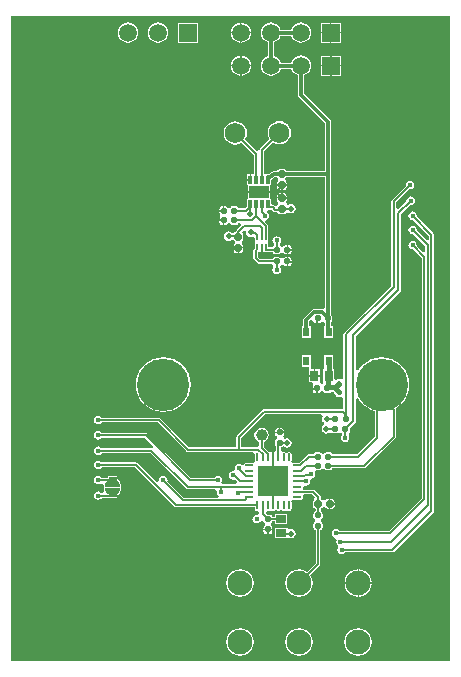
<source format=gtl>
G04*
G04 #@! TF.GenerationSoftware,Altium Limited,Altium Designer,20.0.9 (164)*
G04*
G04 Layer_Physical_Order=1*
G04 Layer_Color=255*
%FSLAX25Y25*%
%MOIN*%
G70*
G01*
G75*
%ADD12C,0.00787*%
%ADD13R,0.02500X0.02500*%
G04:AMPARAMS|DCode=14|XSize=20.47mil|YSize=22.05mil|CornerRadius=5.12mil|HoleSize=0mil|Usage=FLASHONLY|Rotation=0.000|XOffset=0mil|YOffset=0mil|HoleType=Round|Shape=RoundedRectangle|*
%AMROUNDEDRECTD14*
21,1,0.02047,0.01181,0,0,0.0*
21,1,0.01024,0.02205,0,0,0.0*
1,1,0.01024,0.00512,-0.00591*
1,1,0.01024,-0.00512,-0.00591*
1,1,0.01024,-0.00512,0.00591*
1,1,0.01024,0.00512,0.00591*
%
%ADD14ROUNDEDRECTD14*%
%ADD15C,0.03937*%
G04:AMPARAMS|DCode=16|XSize=25.2mil|YSize=23.62mil|CornerRadius=5.91mil|HoleSize=0mil|Usage=FLASHONLY|Rotation=90.000|XOffset=0mil|YOffset=0mil|HoleType=Round|Shape=RoundedRectangle|*
%AMROUNDEDRECTD16*
21,1,0.02520,0.01181,0,0,90.0*
21,1,0.01339,0.02362,0,0,90.0*
1,1,0.01181,0.00591,0.00669*
1,1,0.01181,0.00591,-0.00669*
1,1,0.01181,-0.00591,-0.00669*
1,1,0.01181,-0.00591,0.00669*
%
%ADD16ROUNDEDRECTD16*%
%ADD17R,0.02835X0.03543*%
%ADD18R,0.00669X0.02362*%
%ADD19R,0.06693X0.03937*%
%ADD20R,0.01181X0.02756*%
%ADD21R,0.02165X0.03150*%
G04:AMPARAMS|DCode=22|XSize=20.47mil|YSize=22.05mil|CornerRadius=5.12mil|HoleSize=0mil|Usage=FLASHONLY|Rotation=270.000|XOffset=0mil|YOffset=0mil|HoleType=Round|Shape=RoundedRectangle|*
%AMROUNDEDRECTD22*
21,1,0.02047,0.01181,0,0,270.0*
21,1,0.01024,0.02205,0,0,270.0*
1,1,0.01024,-0.00591,-0.00512*
1,1,0.01024,-0.00591,0.00512*
1,1,0.01024,0.00591,0.00512*
1,1,0.01024,0.00591,-0.00512*
%
%ADD22ROUNDEDRECTD22*%
G04:AMPARAMS|DCode=23|XSize=25.2mil|YSize=23.62mil|CornerRadius=5.91mil|HoleSize=0mil|Usage=FLASHONLY|Rotation=0.000|XOffset=0mil|YOffset=0mil|HoleType=Round|Shape=RoundedRectangle|*
%AMROUNDEDRECTD23*
21,1,0.02520,0.01181,0,0,0.0*
21,1,0.01339,0.02362,0,0,0.0*
1,1,0.01181,0.00669,-0.00591*
1,1,0.01181,-0.00669,-0.00591*
1,1,0.01181,-0.00669,0.00591*
1,1,0.01181,0.00669,0.00591*
%
%ADD23ROUNDEDRECTD23*%
%ADD24O,0.00787X0.02953*%
%ADD25O,0.02953X0.00787*%
%ADD26R,0.09843X0.09843*%
%ADD27R,0.03347X0.02756*%
%ADD50C,0.01181*%
%ADD51C,0.01575*%
%ADD52C,0.06890*%
%ADD53C,0.05906*%
%ADD54R,0.05906X0.05906*%
%ADD55C,0.08268*%
%ADD56C,0.17421*%
%ADD57C,0.01772*%
%ADD58C,0.01968*%
%ADD59C,0.02598*%
G36*
X305496Y100803D02*
X159071D01*
X159071Y315733D01*
X305496D01*
Y100803D01*
D02*
G37*
%LPC*%
G36*
X255669Y313618D02*
X254794Y313503D01*
X253978Y313165D01*
X253278Y312627D01*
X252741Y311927D01*
X252459Y311246D01*
X248880D01*
X248598Y311927D01*
X248060Y312627D01*
X247360Y313165D01*
X246545Y313503D01*
X245669Y313618D01*
X244794Y313503D01*
X243979Y313165D01*
X243278Y312627D01*
X242741Y311927D01*
X242403Y311111D01*
X242288Y310236D01*
X242403Y309361D01*
X242741Y308545D01*
X243278Y307845D01*
X243979Y307308D01*
X244699Y307009D01*
Y302407D01*
X244057Y302141D01*
X243357Y301604D01*
X242819Y300903D01*
X242482Y300088D01*
X242366Y299213D01*
X242482Y298337D01*
X242819Y297522D01*
X243357Y296821D01*
X244057Y296284D01*
X244873Y295946D01*
X245748Y295831D01*
X246623Y295946D01*
X247439Y296284D01*
X248139Y296821D01*
X248677Y297522D01*
X248959Y298203D01*
X252537D01*
X252819Y297522D01*
X253357Y296821D01*
X254057Y296284D01*
X254738Y296002D01*
Y289528D01*
X254815Y289141D01*
X255034Y288813D01*
X263714Y280133D01*
Y264219D01*
X250844D01*
X250835Y264264D01*
X250616Y264592D01*
X250288Y264811D01*
X249902Y264888D01*
X248721D01*
X248334Y264811D01*
X248006Y264592D01*
X247787Y264264D01*
X247778Y264219D01*
X246673D01*
X246287Y264142D01*
X245959Y263923D01*
X245054Y263018D01*
X244685D01*
X244587Y262998D01*
X243526D01*
Y270728D01*
X246429Y273631D01*
X246585Y273512D01*
X247520Y273124D01*
X248524Y272992D01*
X249527Y273124D01*
X250463Y273512D01*
X251266Y274128D01*
X251882Y274931D01*
X252270Y275866D01*
X252402Y276870D01*
X252270Y277874D01*
X251882Y278809D01*
X251266Y279612D01*
X250463Y280229D01*
X249527Y280616D01*
X248524Y280748D01*
X247520Y280616D01*
X246585Y280229D01*
X245781Y279612D01*
X245165Y278809D01*
X244778Y277874D01*
X244646Y276870D01*
X244778Y275866D01*
X245165Y274931D01*
X245285Y274775D01*
X242144Y271635D01*
X241969Y271373D01*
X241907Y271063D01*
X241907Y271063D01*
Y270938D01*
X241120Y270655D01*
X237097Y274677D01*
X237217Y274833D01*
X237604Y275768D01*
X237736Y276772D01*
X237604Y277775D01*
X237217Y278711D01*
X236600Y279514D01*
X235797Y280130D01*
X234862Y280518D01*
X233858Y280650D01*
X232855Y280518D01*
X231919Y280130D01*
X231116Y279514D01*
X230500Y278711D01*
X230112Y277775D01*
X229980Y276772D01*
X230112Y275768D01*
X230500Y274833D01*
X231116Y274029D01*
X231919Y273413D01*
X232855Y273026D01*
X233858Y272894D01*
X234862Y273026D01*
X235797Y273413D01*
X235953Y273533D01*
X239939Y269547D01*
Y262998D01*
X238980D01*
Y261221D01*
X238779D01*
Y261020D01*
X237789D01*
Y259442D01*
X237986D01*
Y257287D01*
X245479D01*
Y259442D01*
X245676D01*
Y261038D01*
X245859Y261075D01*
X246187Y261294D01*
X247023Y262130D01*
X247238Y262137D01*
X247832Y262086D01*
X248006Y261825D01*
X248109Y261756D01*
X248142Y261653D01*
Y260985D01*
X248109Y260881D01*
X248006Y260813D01*
X247787Y260485D01*
X247710Y260098D01*
Y259629D01*
X249311D01*
X250911D01*
Y260098D01*
X250835Y260485D01*
X250616Y260813D01*
X250611Y260816D01*
X250531Y261619D01*
X251042Y262199D01*
X263714D01*
Y218521D01*
X263490Y218326D01*
X262927Y218020D01*
X262710Y218063D01*
X260126D01*
X259739Y217987D01*
X259412Y217768D01*
X256766Y215122D01*
X256547Y214795D01*
X256470Y214408D01*
Y212506D01*
X255998D01*
Y208557D01*
X258963D01*
Y212506D01*
X258490D01*
Y213990D01*
X259128Y214627D01*
X259846Y214232D01*
X259889Y214014D01*
X260091Y213713D01*
X260392Y213511D01*
X260748Y213440D01*
X261060D01*
Y214961D01*
X261460D01*
Y213440D01*
X261772D01*
X262127Y213511D01*
X262429Y213713D01*
X262569Y213922D01*
X262992Y213972D01*
X263415Y213922D01*
X263555Y213713D01*
X263832Y213527D01*
Y212506D01*
X263478D01*
Y208557D01*
X266443D01*
Y212506D01*
X265852D01*
Y213685D01*
X265894Y213713D01*
X266095Y214014D01*
X266166Y214370D01*
Y215551D01*
X266095Y215907D01*
X265894Y216209D01*
X265734Y216315D01*
Y262992D01*
Y280551D01*
X265657Y280938D01*
X265439Y281265D01*
X256758Y289946D01*
Y296002D01*
X257439Y296284D01*
X258139Y296821D01*
X258677Y297522D01*
X259015Y298337D01*
X259130Y299213D01*
X259015Y300088D01*
X258677Y300903D01*
X258139Y301604D01*
X257439Y302141D01*
X256623Y302479D01*
X255748Y302594D01*
X254873Y302479D01*
X254057Y302141D01*
X253357Y301604D01*
X252819Y300903D01*
X252537Y300223D01*
X248959D01*
X248677Y300903D01*
X248139Y301604D01*
X247439Y302141D01*
X246719Y302440D01*
Y307042D01*
X247360Y307308D01*
X248060Y307845D01*
X248598Y308545D01*
X248880Y309226D01*
X252459D01*
X252741Y308545D01*
X253278Y307845D01*
X253978Y307308D01*
X254794Y306970D01*
X255669Y306855D01*
X256544Y306970D01*
X257360Y307308D01*
X258061Y307845D01*
X258598Y308545D01*
X258936Y309361D01*
X259051Y310236D01*
X258936Y311111D01*
X258598Y311927D01*
X258061Y312627D01*
X257360Y313165D01*
X256544Y313503D01*
X255669Y313618D01*
D02*
G37*
G36*
X269022Y313589D02*
X265869D01*
Y310436D01*
X269022D01*
Y313589D01*
D02*
G37*
G36*
X235869Y313592D02*
Y310436D01*
X239025D01*
X238936Y311111D01*
X238598Y311927D01*
X238060Y312627D01*
X237360Y313165D01*
X236544Y313503D01*
X235869Y313592D01*
D02*
G37*
G36*
X265469Y313589D02*
X262317D01*
Y310436D01*
X265469D01*
Y313589D01*
D02*
G37*
G36*
X235469Y313592D02*
X234794Y313503D01*
X233979Y313165D01*
X233278Y312627D01*
X232741Y311927D01*
X232403Y311111D01*
X232314Y310436D01*
X235469D01*
Y313592D01*
D02*
G37*
G36*
X269022Y310036D02*
X265869D01*
Y306884D01*
X269022D01*
Y310036D01*
D02*
G37*
G36*
X265469D02*
X262317D01*
Y306884D01*
X265469D01*
Y310036D01*
D02*
G37*
G36*
X221463Y313589D02*
X214757D01*
Y306884D01*
X221463D01*
Y313589D01*
D02*
G37*
G36*
X235469Y310036D02*
X232314D01*
X232403Y309361D01*
X232741Y308545D01*
X233278Y307845D01*
X233979Y307308D01*
X234794Y306970D01*
X235469Y306881D01*
Y310036D01*
D02*
G37*
G36*
X239025D02*
X235869D01*
Y306881D01*
X236544Y306970D01*
X237360Y307308D01*
X238060Y307845D01*
X238598Y308545D01*
X238936Y309361D01*
X239025Y310036D01*
D02*
G37*
G36*
X208110Y313618D02*
X207235Y313503D01*
X206419Y313165D01*
X205719Y312627D01*
X205182Y311927D01*
X204844Y311111D01*
X204729Y310236D01*
X204844Y309361D01*
X205182Y308545D01*
X205719Y307845D01*
X206419Y307308D01*
X207235Y306970D01*
X208110Y306855D01*
X208985Y306970D01*
X209801Y307308D01*
X210502Y307845D01*
X211039Y308545D01*
X211377Y309361D01*
X211492Y310236D01*
X211377Y311111D01*
X211039Y311927D01*
X210502Y312627D01*
X209801Y313165D01*
X208985Y313503D01*
X208110Y313618D01*
D02*
G37*
G36*
X198110D02*
X197235Y313503D01*
X196419Y313165D01*
X195719Y312627D01*
X195182Y311927D01*
X194844Y311111D01*
X194729Y310236D01*
X194844Y309361D01*
X195182Y308545D01*
X195719Y307845D01*
X196419Y307308D01*
X197235Y306970D01*
X198110Y306855D01*
X198986Y306970D01*
X199801Y307308D01*
X200501Y307845D01*
X201039Y308545D01*
X201377Y309361D01*
X201492Y310236D01*
X201377Y311111D01*
X201039Y311927D01*
X200501Y312627D01*
X199801Y313165D01*
X198986Y313503D01*
X198110Y313618D01*
D02*
G37*
G36*
X269101Y302565D02*
X265948D01*
Y299413D01*
X269101D01*
Y302565D01*
D02*
G37*
G36*
X235948Y302568D02*
Y299413D01*
X239103D01*
X239015Y300088D01*
X238677Y300903D01*
X238139Y301604D01*
X237439Y302141D01*
X236623Y302479D01*
X235948Y302568D01*
D02*
G37*
G36*
X265548Y302565D02*
X262395D01*
Y299413D01*
X265548D01*
Y302565D01*
D02*
G37*
G36*
X235548Y302568D02*
X234873Y302479D01*
X234057Y302141D01*
X233357Y301604D01*
X232819Y300903D01*
X232482Y300088D01*
X232393Y299413D01*
X235548D01*
Y302568D01*
D02*
G37*
G36*
X269101Y299013D02*
X265948D01*
Y295860D01*
X269101D01*
Y299013D01*
D02*
G37*
G36*
X265548D02*
X262395D01*
Y295860D01*
X265548D01*
Y299013D01*
D02*
G37*
G36*
X239103D02*
X235948D01*
Y295857D01*
X236623Y295946D01*
X237439Y296284D01*
X238139Y296821D01*
X238677Y297522D01*
X239015Y298337D01*
X239103Y299013D01*
D02*
G37*
G36*
X235548D02*
X232393D01*
X232482Y298337D01*
X232819Y297522D01*
X233357Y296821D01*
X234057Y296284D01*
X234873Y295946D01*
X235548Y295857D01*
Y299013D01*
D02*
G37*
G36*
X238580Y262998D02*
X237789D01*
Y261420D01*
X238580D01*
Y262998D01*
D02*
G37*
G36*
X292126Y260862D02*
X291585Y260754D01*
X291127Y260448D01*
X290821Y259990D01*
X290713Y259449D01*
X290758Y259225D01*
X286042Y254509D01*
X285866Y254247D01*
X285805Y253937D01*
X285805Y253937D01*
Y225926D01*
X270058Y210178D01*
X269882Y209916D01*
X269821Y209606D01*
X269821Y209606D01*
Y195006D01*
X269033Y194585D01*
X269020Y194594D01*
X268406Y194716D01*
X267791Y194594D01*
X267565Y194443D01*
X266778Y194818D01*
Y197939D01*
X266474D01*
X266443Y198714D01*
X266443D01*
Y202664D01*
X263478D01*
Y198714D01*
X263478D01*
X263448Y197939D01*
X263143D01*
Y193596D01*
X263143Y193596D01*
X263176Y193440D01*
X263024Y193114D01*
X262855Y193060D01*
X262120Y193329D01*
X262053Y193596D01*
X262053Y193862D01*
Y195568D01*
X260236D01*
X258419D01*
Y193596D01*
X259545D01*
X259761Y193155D01*
X259845Y192809D01*
X259692Y192580D01*
X259622Y192224D01*
Y191834D01*
X261063D01*
Y191634D01*
X261263D01*
Y190114D01*
X261575D01*
X261931Y190184D01*
X262232Y190386D01*
X262372Y190596D01*
X262795Y190645D01*
X263218Y190596D01*
X263358Y190386D01*
X263660Y190184D01*
X264016Y190114D01*
X265039D01*
X265395Y190184D01*
X265697Y190386D01*
X266572Y190453D01*
X266608Y190440D01*
X266826Y190221D01*
X266922Y189740D01*
X267270Y189219D01*
X267791Y188871D01*
X268406Y188749D01*
X269020Y188871D01*
X269033Y188880D01*
X269821Y188459D01*
Y184779D01*
X269685Y184668D01*
X269685Y184668D01*
X243307D01*
X242997Y184606D01*
X242735Y184431D01*
X242735Y184431D01*
X234467Y176163D01*
X234292Y175900D01*
X234230Y175591D01*
X234230Y175591D01*
Y172069D01*
X218445D01*
X208840Y181675D01*
X208577Y181850D01*
X208268Y181912D01*
X208268Y181912D01*
X189315D01*
X189188Y182102D01*
X188730Y182408D01*
X188189Y182515D01*
X187648Y182408D01*
X187190Y182102D01*
X186884Y181643D01*
X186776Y181102D01*
X186884Y180562D01*
X187190Y180103D01*
X187648Y179797D01*
X188189Y179689D01*
X188730Y179797D01*
X189188Y180103D01*
X189315Y180293D01*
X207932D01*
X217538Y170688D01*
X217538Y170688D01*
X217801Y170512D01*
X218110Y170451D01*
X218110Y170451D01*
X239752D01*
X239888Y170354D01*
X240333Y169685D01*
Y167520D01*
X240375Y167307D01*
X240108Y166978D01*
X239780Y166712D01*
X239567Y166754D01*
X237402D01*
X237092Y166692D01*
X236829Y166517D01*
X236721Y166355D01*
X236541Y166251D01*
X236444Y166217D01*
X235821Y166105D01*
X235580Y166266D01*
X235039Y166374D01*
X234499Y166266D01*
X234040Y165960D01*
X233734Y165501D01*
X233626Y164961D01*
X233680Y164693D01*
X233224Y164104D01*
X233074Y164011D01*
X233071Y164011D01*
X232530Y163904D01*
X232072Y163598D01*
X231766Y163139D01*
X231658Y162598D01*
X231766Y162058D01*
X232072Y161599D01*
X232530Y161293D01*
X233071Y161186D01*
X233612Y161293D01*
X233620Y161299D01*
X234464Y160455D01*
X234138Y159668D01*
X229660D01*
X229240Y160455D01*
X229258Y160483D01*
X229366Y161024D01*
X229258Y161564D01*
X228952Y162023D01*
X228493Y162329D01*
X227953Y162437D01*
X227412Y162329D01*
X226954Y162023D01*
X226827Y161833D01*
X219233D01*
X204509Y176557D01*
X204247Y176732D01*
X203937Y176794D01*
X203937Y176794D01*
X189315D01*
X189188Y176983D01*
X188730Y177290D01*
X188189Y177397D01*
X187648Y177290D01*
X187190Y176983D01*
X186884Y176525D01*
X186776Y175984D01*
X186884Y175443D01*
X187190Y174985D01*
X187648Y174679D01*
X188189Y174571D01*
X188730Y174679D01*
X189188Y174985D01*
X189315Y175175D01*
X203602D01*
X206435Y172342D01*
X206321Y172039D01*
X206008Y171655D01*
X205906Y171675D01*
X205906Y171675D01*
X189315D01*
X189188Y171865D01*
X188730Y172172D01*
X188189Y172279D01*
X187648Y172172D01*
X187190Y171865D01*
X186884Y171407D01*
X186776Y170866D01*
X186884Y170325D01*
X187190Y169867D01*
X187648Y169561D01*
X188189Y169453D01*
X188730Y169561D01*
X189188Y169867D01*
X189315Y170057D01*
X205570D01*
X217341Y158286D01*
X217341Y158286D01*
X217604Y158111D01*
X217913Y158049D01*
X227235D01*
X227756Y157262D01*
X227721Y157087D01*
X227829Y156546D01*
X228135Y156088D01*
X228374Y155927D01*
X228135Y155140D01*
X216871D01*
X211211Y160800D01*
X211256Y161024D01*
X211148Y161564D01*
X210842Y162023D01*
X210383Y162329D01*
X209842Y162437D01*
X209302Y162329D01*
X208843Y162023D01*
X208537Y161564D01*
X208430Y161024D01*
X208496Y160692D01*
X207806Y160267D01*
X201360Y166714D01*
X201097Y166889D01*
X200787Y166951D01*
X200787Y166951D01*
X189315D01*
X189188Y167141D01*
X188730Y167447D01*
X188189Y167555D01*
X187648Y167447D01*
X187190Y167141D01*
X186884Y166682D01*
X186776Y166142D01*
X186884Y165601D01*
X187190Y165143D01*
X187648Y164836D01*
X188189Y164729D01*
X188730Y164836D01*
X189188Y165143D01*
X189315Y165332D01*
X200452D01*
X213601Y152184D01*
X213601Y152184D01*
X213863Y152008D01*
X214173Y151947D01*
X214173Y151947D01*
X240333D01*
Y151575D01*
X240394Y151265D01*
X240569Y151003D01*
X240832Y150827D01*
X241142Y150766D01*
X241155Y150768D01*
X241844Y150278D01*
X241870Y149912D01*
X241563Y149634D01*
X241151Y149403D01*
X240945Y149444D01*
X240404Y149337D01*
X239946Y149031D01*
X239639Y148572D01*
X239532Y148031D01*
X239639Y147491D01*
X239946Y147032D01*
X240404Y146726D01*
X240945Y146618D01*
X241486Y146726D01*
X241944Y147032D01*
X242250Y147491D01*
X243107Y147759D01*
X243197Y147705D01*
Y147583D01*
X243267Y147227D01*
X243469Y146926D01*
X243678Y146785D01*
X243728Y146362D01*
X243678Y145940D01*
X243469Y145799D01*
X243267Y145498D01*
X243197Y145142D01*
Y144830D01*
X244717D01*
X246237D01*
Y145142D01*
X246166Y145498D01*
X245965Y145799D01*
X245755Y145940D01*
X245705Y146362D01*
X245755Y146785D01*
X245965Y146926D01*
X246166Y147227D01*
X246178Y147285D01*
X247028D01*
Y146320D01*
X251175D01*
Y149876D01*
X247028D01*
Y148904D01*
X246178D01*
X246166Y148962D01*
X245965Y149264D01*
X245663Y149466D01*
X245307Y149536D01*
X244679D01*
X244187Y150260D01*
X244300Y150691D01*
X244510Y150800D01*
X244685Y150766D01*
X244685Y150766D01*
X244995Y150827D01*
X245571Y150948D01*
X246147Y150827D01*
X246257Y150805D01*
Y152657D01*
X246657D01*
Y150805D01*
X246766Y150827D01*
X246819Y150862D01*
X247049Y151003D01*
X247636D01*
X247866Y150862D01*
X247919Y150827D01*
X248228Y150766D01*
X248228Y150766D01*
X248538Y150827D01*
X249114Y150948D01*
X249690Y150827D01*
X250000Y150766D01*
X250000Y150766D01*
X250106Y150787D01*
X250310Y150827D01*
X250362Y150862D01*
X250593Y151003D01*
X251179D01*
X251409Y150862D01*
X251462Y150827D01*
X251772Y150766D01*
X252081Y150827D01*
X252344Y151003D01*
X252519Y151265D01*
X252581Y151575D01*
Y153740D01*
X252538Y153953D01*
X252805Y154282D01*
X253133Y154548D01*
X253346Y154506D01*
X255512D01*
X255821Y154567D01*
X256084Y154743D01*
X256259Y155005D01*
X256321Y155315D01*
X256286Y155490D01*
X256553Y156000D01*
X256770Y156277D01*
X259507D01*
X260331Y155454D01*
X260355Y155276D01*
X260199Y154512D01*
X260113Y154454D01*
X259894Y154127D01*
X259817Y153740D01*
Y152559D01*
X259894Y152173D01*
X260113Y151845D01*
X260440Y151626D01*
X260647Y151585D01*
Y150776D01*
X260471Y150741D01*
X260169Y150539D01*
X259968Y150238D01*
X259897Y149882D01*
Y148858D01*
X259968Y148503D01*
X260169Y148201D01*
X260379Y148061D01*
X260429Y147638D01*
X260379Y147215D01*
X260169Y147075D01*
X259968Y146773D01*
X259897Y146417D01*
Y145394D01*
X259968Y145038D01*
X260169Y144736D01*
X260471Y144535D01*
X260608Y144508D01*
Y133406D01*
X257704Y130502D01*
X257405Y130732D01*
X256302Y131189D01*
X255118Y131345D01*
X253935Y131189D01*
X252832Y130732D01*
X251885Y130005D01*
X251158Y129058D01*
X250701Y127955D01*
X250545Y126772D01*
X250701Y125588D01*
X251158Y124485D01*
X251885Y123538D01*
X252832Y122811D01*
X253935Y122354D01*
X255118Y122199D01*
X256302Y122354D01*
X257405Y122811D01*
X258352Y123538D01*
X259078Y124485D01*
X259535Y125588D01*
X259691Y126772D01*
X259535Y127955D01*
X259078Y129058D01*
X258849Y129358D01*
X261989Y132499D01*
X261990Y132499D01*
X262165Y132761D01*
X262227Y133071D01*
X262227Y133071D01*
Y144508D01*
X262364Y144535D01*
X262665Y144736D01*
X262867Y145038D01*
X262937Y145394D01*
Y146417D01*
X262867Y146773D01*
X262665Y147075D01*
X262456Y147215D01*
X262406Y147638D01*
X262456Y148061D01*
X262665Y148201D01*
X262867Y148503D01*
X262937Y148858D01*
Y149882D01*
X262867Y150238D01*
X262665Y150539D01*
X262364Y150741D01*
X262266Y150760D01*
Y151569D01*
X262552Y151626D01*
X262879Y151845D01*
X262948Y151948D01*
X263052Y151980D01*
X263720D01*
X263823Y151948D01*
X263892Y151845D01*
X264220Y151626D01*
X264606Y151549D01*
X265076D01*
Y153150D01*
Y154750D01*
X264606D01*
X264220Y154673D01*
X263892Y154454D01*
X263823Y154351D01*
X263720Y154319D01*
X263052D01*
X262948Y154351D01*
X262879Y154454D01*
X262552Y154673D01*
X262383Y154707D01*
X262305Y155433D01*
X262244Y155743D01*
X262068Y156005D01*
X262068Y156005D01*
X260415Y157659D01*
X260152Y157834D01*
X259842Y157896D01*
X259842Y157896D01*
X256770D01*
X256557Y158168D01*
X256334Y158868D01*
X256365Y158891D01*
X257035Y159306D01*
X257480Y159217D01*
X258021Y159325D01*
X258479Y159631D01*
X258786Y160089D01*
X258893Y160630D01*
X258856Y160816D01*
X258989Y161326D01*
X259412Y161650D01*
X259596Y161687D01*
X260054Y161993D01*
X260361Y162451D01*
X260468Y162992D01*
X260361Y163533D01*
X260268Y163671D01*
X260767Y164342D01*
X260846Y164326D01*
X261870D01*
X262226Y164397D01*
X262527Y164599D01*
X262668Y164808D01*
X263090Y164858D01*
X263513Y164808D01*
X263654Y164599D01*
X263955Y164397D01*
X264311Y164326D01*
X265335D01*
X265690Y164397D01*
X265992Y164599D01*
X266194Y164900D01*
X266221Y165037D01*
X276870D01*
X276870Y165037D01*
X277180Y165099D01*
X277442Y165274D01*
X287186Y175018D01*
X287186Y175018D01*
X287362Y175281D01*
X287423Y175591D01*
Y184475D01*
X287362Y184785D01*
X287449Y185134D01*
X287763Y185301D01*
X289151Y186440D01*
X290289Y187827D01*
X291135Y189410D01*
X291656Y191127D01*
X291832Y192913D01*
X291656Y194699D01*
X291135Y196417D01*
X290289Y198000D01*
X289151Y199387D01*
X287763Y200525D01*
X286180Y201371D01*
X284463Y201892D01*
X282677Y202068D01*
X280891Y201892D01*
X279174Y201371D01*
X277591Y200525D01*
X276204Y199387D01*
X275065Y198000D01*
X274769Y197446D01*
X273982Y197643D01*
Y209058D01*
X288761Y223837D01*
X288761Y223837D01*
X288937Y224100D01*
X288998Y224410D01*
Y249792D01*
X292050Y252844D01*
X292274Y252800D01*
X292815Y252907D01*
X293273Y253214D01*
X293580Y253672D01*
X293687Y254213D01*
X293580Y254753D01*
X293273Y255212D01*
X292815Y255518D01*
X292274Y255626D01*
X291734Y255518D01*
X291275Y255212D01*
X290969Y254753D01*
X290861Y254213D01*
X290906Y253989D01*
X288211Y251294D01*
X287423Y251620D01*
Y253602D01*
X291902Y258080D01*
X292126Y258036D01*
X292667Y258143D01*
X293125Y258450D01*
X293431Y258908D01*
X293539Y259449D01*
X293431Y259990D01*
X293125Y260448D01*
X292667Y260754D01*
X292126Y260862D01*
D02*
G37*
G36*
X250911Y259229D02*
X249511D01*
Y257750D01*
X249902D01*
X250288Y257827D01*
X250616Y258046D01*
X250835Y258373D01*
X250911Y258760D01*
Y259229D01*
D02*
G37*
G36*
X249111D02*
X247710D01*
Y258760D01*
X247787Y258373D01*
X248006Y258046D01*
X248334Y257827D01*
X248721Y257750D01*
X249111D01*
Y259229D01*
D02*
G37*
G36*
X249902Y256817D02*
X249511D01*
Y255338D01*
X250911D01*
Y255807D01*
X250835Y256194D01*
X250616Y256521D01*
X250288Y256740D01*
X249902Y256817D01*
D02*
G37*
G36*
X249111D02*
X248721D01*
X248334Y256740D01*
X248006Y256521D01*
X247787Y256194D01*
X247710Y255807D01*
Y255338D01*
X249111D01*
Y256817D01*
D02*
G37*
G36*
X245479Y256887D02*
X237986D01*
Y254731D01*
X237789D01*
Y252319D01*
X237165Y251695D01*
X234823D01*
X234796Y251832D01*
X234594Y252134D01*
X234293Y252335D01*
X233937Y252406D01*
X232913D01*
X232558Y252335D01*
X232256Y252134D01*
X232116Y251924D01*
X231693Y251874D01*
X231270Y251924D01*
X231130Y252134D01*
X230828Y252335D01*
X230472Y252406D01*
X230161D01*
Y250886D01*
X229961D01*
Y250686D01*
X228519D01*
Y250295D01*
X228590Y249939D01*
X228714Y249754D01*
X228791Y249618D01*
Y248906D01*
X228714Y248770D01*
X228590Y248584D01*
X228519Y248228D01*
Y247838D01*
X229961D01*
Y247638D01*
X230161D01*
Y246118D01*
X230472D01*
X230828Y246188D01*
X231130Y246390D01*
X231270Y246600D01*
X231693Y246649D01*
X232116Y246600D01*
X232256Y246390D01*
X232558Y246188D01*
X232913Y246118D01*
X233937D01*
X234293Y246188D01*
X234594Y246390D01*
X234796Y246691D01*
X234823Y246829D01*
X235558D01*
X235842Y246041D01*
X234270Y244470D01*
X234095Y244207D01*
X234033Y243898D01*
X233865Y243847D01*
X233538Y243628D01*
X233154Y243547D01*
X232639Y243530D01*
X232605Y243541D01*
X232209Y243806D01*
X231594Y243929D01*
X230980Y243806D01*
X230459Y243458D01*
X230111Y242937D01*
X229989Y242323D01*
X230111Y241708D01*
X230459Y241188D01*
X230980Y240839D01*
X231594Y240717D01*
X232209Y240839D01*
X232541Y241061D01*
X232684Y241085D01*
X233261Y241003D01*
X233498Y240920D01*
X233538Y240861D01*
X233641Y240792D01*
X233673Y240688D01*
Y240020D01*
X233641Y239917D01*
X233538Y239848D01*
X233319Y239520D01*
X233242Y239134D01*
Y238665D01*
X234842D01*
X236443D01*
Y239134D01*
X236366Y239520D01*
X236147Y239848D01*
X236044Y239917D01*
X236012Y240020D01*
Y240688D01*
X236044Y240792D01*
X236147Y240861D01*
X236366Y241188D01*
X236443Y241575D01*
Y242913D01*
X236366Y243300D01*
X236147Y243628D01*
X236138Y243720D01*
X236778Y244310D01*
X237382Y244179D01*
X237445Y244073D01*
X237371Y243701D01*
X237493Y243086D01*
X237841Y242565D01*
X238362Y242217D01*
X238976Y242095D01*
X239591Y242217D01*
X239644Y242253D01*
X240200Y242024D01*
X240448Y241843D01*
X240493Y241619D01*
X240506Y241600D01*
Y239109D01*
X240493Y239089D01*
X240431Y238780D01*
Y238386D01*
X240077Y238033D01*
X239902Y237770D01*
X239840Y237461D01*
X239840Y237461D01*
Y235208D01*
X239840Y235208D01*
X239902Y234899D01*
X240077Y234636D01*
X241329Y233384D01*
X241329Y233384D01*
X241592Y233209D01*
X241901Y233147D01*
X245912D01*
X246494Y232449D01*
X246461Y231835D01*
X246332Y231643D01*
X246225Y231102D01*
X246332Y230562D01*
X246639Y230103D01*
X247097Y229797D01*
X247638Y229689D01*
X248179Y229797D01*
X248637Y230103D01*
X248943Y230562D01*
X249051Y231102D01*
X248943Y231643D01*
X248825Y231820D01*
X248824Y231822D01*
X248840Y232453D01*
X249140Y232670D01*
X249973Y232709D01*
X250274Y232507D01*
X250630Y232436D01*
X250942D01*
Y233957D01*
Y235477D01*
X250630D01*
X250274Y235406D01*
X249973Y235205D01*
X249832Y234995D01*
X249410Y234945D01*
X248987Y234995D01*
X248846Y235205D01*
X248545Y235406D01*
X248189Y235477D01*
X247165D01*
X246810Y235406D01*
X246508Y235205D01*
X246306Y234903D01*
X246279Y234766D01*
X242236D01*
X241459Y235543D01*
Y237125D01*
X241532Y237198D01*
X242418D01*
Y238780D01*
X242818D01*
Y237198D01*
X243261D01*
Y237198D01*
X243765D01*
X243844Y237146D01*
X244153Y237085D01*
X244154Y237085D01*
X246279D01*
X246306Y236947D01*
X246508Y236646D01*
X246810Y236444D01*
X247165Y236373D01*
X248189D01*
X248545Y236444D01*
X248846Y236646D01*
X248987Y236856D01*
X249410Y236905D01*
X249832Y236856D01*
X249973Y236646D01*
X250274Y236444D01*
X250630Y236373D01*
X250942D01*
Y237894D01*
Y239414D01*
X250630D01*
X250274Y239343D01*
X249973Y239142D01*
X249832Y238932D01*
X249410Y238882D01*
X248987Y238932D01*
X248846Y239142D01*
X248818Y239160D01*
X248780Y239328D01*
X248713Y240006D01*
X248734Y240091D01*
X248943Y240404D01*
X249051Y240945D01*
X248943Y241486D01*
X248637Y241944D01*
X248179Y242250D01*
X247638Y242358D01*
X247097Y242250D01*
X246639Y241944D01*
X246332Y241486D01*
X246225Y240945D01*
X246332Y240404D01*
X246566Y240055D01*
X246577Y240022D01*
X246581Y239593D01*
X246508Y239142D01*
X246306Y238840D01*
X246279Y238703D01*
X244805D01*
Y238779D01*
X244744Y239089D01*
X244731Y239109D01*
Y241600D01*
X244744Y241619D01*
X244805Y241929D01*
Y245740D01*
X244805Y245740D01*
X244744Y246049D01*
X244568Y246312D01*
X244568Y246312D01*
X243853Y247028D01*
X244112Y247882D01*
X244241Y247907D01*
X244700Y248214D01*
X245006Y248672D01*
X245114Y249213D01*
X245006Y249753D01*
X244700Y250212D01*
X244437Y250387D01*
X244668Y251175D01*
X244804D01*
X244882Y251159D01*
X244882Y251159D01*
X246003D01*
X246554Y250609D01*
X246554Y250609D01*
X246816Y250433D01*
X247126Y250372D01*
X247787Y250303D01*
X248006Y249975D01*
X248334Y249756D01*
X248721Y249679D01*
X249902D01*
X250288Y249756D01*
X250616Y249975D01*
X250618Y249978D01*
X250698Y250035D01*
X251484Y250207D01*
X251615Y250187D01*
X251774Y250081D01*
X252389Y249958D01*
X253003Y250081D01*
X253524Y250429D01*
X253872Y250950D01*
X253994Y251564D01*
X253872Y252179D01*
X253524Y252699D01*
X253003Y253047D01*
X252389Y253170D01*
X251774Y253047D01*
X251487Y252855D01*
X251230Y252822D01*
X250979Y253050D01*
X250616Y253754D01*
X250835Y254082D01*
X250911Y254468D01*
Y254938D01*
X249311D01*
X247710D01*
Y254468D01*
X247787Y254082D01*
X248006Y253754D01*
X248109Y253685D01*
X248142Y253582D01*
Y252914D01*
X248109Y252811D01*
X248006Y252742D01*
X247933Y252632D01*
X247200Y252447D01*
X246993Y252458D01*
X246911Y252541D01*
X246648Y252716D01*
X246339Y252778D01*
X245676Y253174D01*
Y254731D01*
X245479D01*
Y256887D01*
D02*
G37*
G36*
X229761Y252406D02*
X229449D01*
X229093Y252335D01*
X228791Y252134D01*
X228590Y251832D01*
X228519Y251476D01*
Y251086D01*
X229761D01*
Y252406D01*
D02*
G37*
G36*
Y247438D02*
X228519D01*
Y247047D01*
X228590Y246691D01*
X228791Y246390D01*
X229093Y246188D01*
X229449Y246118D01*
X229761D01*
Y247438D01*
D02*
G37*
G36*
X292913Y250626D02*
X292373Y250518D01*
X291914Y250212D01*
X291608Y249753D01*
X291500Y249213D01*
X291608Y248672D01*
X291914Y248214D01*
X292373Y247907D01*
X292913Y247800D01*
X293137Y247844D01*
X298403Y242578D01*
Y241172D01*
X297676Y240870D01*
X294282Y244264D01*
X294326Y244488D01*
X294219Y245029D01*
X293913Y245487D01*
X293454Y245794D01*
X292913Y245901D01*
X292373Y245794D01*
X291914Y245487D01*
X291608Y245029D01*
X291500Y244488D01*
X291608Y243948D01*
X291914Y243489D01*
X292373Y243183D01*
X292913Y243075D01*
X293137Y243120D01*
X297216Y239041D01*
Y237241D01*
X296488Y236939D01*
X294282Y239146D01*
X294326Y239370D01*
X294219Y239911D01*
X293913Y240369D01*
X293454Y240675D01*
X292913Y240783D01*
X292373Y240675D01*
X291914Y240369D01*
X291608Y239911D01*
X291500Y239370D01*
X291608Y238829D01*
X291914Y238371D01*
X292373Y238065D01*
X292913Y237957D01*
X293137Y238002D01*
X296028Y235110D01*
Y155047D01*
X285098Y144116D01*
X268449D01*
X268322Y144306D01*
X267863Y144613D01*
X267323Y144720D01*
X266782Y144613D01*
X266324Y144306D01*
X266017Y143848D01*
X265910Y143307D01*
X266017Y142766D01*
X266324Y142308D01*
X266782Y142002D01*
X267198Y141919D01*
X267487Y141502D01*
X267633Y141153D01*
X267592Y141092D01*
X267485Y140551D01*
X267592Y140010D01*
X267899Y139552D01*
X267954Y139515D01*
X268241Y138903D01*
X268116Y138531D01*
X267986Y138336D01*
X267878Y137795D01*
X267986Y137255D01*
X268292Y136796D01*
X268751Y136490D01*
X269291Y136382D01*
X269832Y136490D01*
X270290Y136796D01*
X270417Y136986D01*
X286220D01*
X286221Y136986D01*
X286530Y137048D01*
X286793Y137223D01*
X299785Y150215D01*
X299785Y150215D01*
X299960Y150478D01*
X300022Y150787D01*
Y242913D01*
X300022Y242913D01*
X299960Y243223D01*
X299785Y243486D01*
X299785Y243486D01*
X294282Y248989D01*
X294326Y249213D01*
X294219Y249753D01*
X293913Y250212D01*
X293454Y250518D01*
X292913Y250626D01*
D02*
G37*
G36*
X251654Y239414D02*
X251342D01*
Y238094D01*
X252583D01*
Y238484D01*
X252512Y238840D01*
X252311Y239142D01*
X252009Y239343D01*
X251654Y239414D01*
D02*
G37*
G36*
X236443Y238265D02*
X235043D01*
Y236785D01*
X235433D01*
X235820Y236862D01*
X236147Y237081D01*
X236366Y237409D01*
X236443Y237795D01*
Y238265D01*
D02*
G37*
G36*
X234643D02*
X233242D01*
Y237795D01*
X233319Y237409D01*
X233538Y237081D01*
X233865Y236862D01*
X234252Y236785D01*
X234643D01*
Y238265D01*
D02*
G37*
G36*
X252583Y237694D02*
X251342D01*
Y236373D01*
X251654D01*
X252009Y236444D01*
X252311Y236646D01*
X252512Y236947D01*
X252583Y237303D01*
Y237694D01*
D02*
G37*
G36*
X251654Y235477D02*
X251342D01*
Y234157D01*
X252583D01*
Y234547D01*
X252512Y234903D01*
X252311Y235205D01*
X252009Y235406D01*
X251654Y235477D01*
D02*
G37*
G36*
X252583Y233757D02*
X251342D01*
Y232436D01*
X251654D01*
X252009Y232507D01*
X252311Y232709D01*
X252512Y233010D01*
X252583Y233366D01*
Y233757D01*
D02*
G37*
G36*
X260436Y197939D02*
Y195968D01*
X262053D01*
Y197939D01*
X260436D01*
D02*
G37*
G36*
X258963Y202664D02*
X255998D01*
Y198714D01*
X258176D01*
X258388Y198714D01*
X258419Y197939D01*
X258419Y197927D01*
Y197448D01*
X258419Y197425D01*
Y195968D01*
X260036D01*
Y197939D01*
X259206D01*
X258993Y197939D01*
X258963Y198714D01*
X258963Y198726D01*
Y199206D01*
X258963Y199228D01*
Y202664D01*
D02*
G37*
G36*
X260863Y191434D02*
X259622D01*
Y191043D01*
X259692Y190688D01*
X259894Y190386D01*
X260195Y190184D01*
X260551Y190114D01*
X260863D01*
Y191434D01*
D02*
G37*
G36*
X209842Y202068D02*
X208056Y201892D01*
X206339Y201371D01*
X204756Y200525D01*
X203369Y199387D01*
X202231Y198000D01*
X201385Y196417D01*
X200864Y194699D01*
X200688Y192913D01*
X200864Y191127D01*
X201385Y189410D01*
X202231Y187827D01*
X203369Y186440D01*
X204756Y185301D01*
X206339Y184456D01*
X208056Y183935D01*
X209842Y183759D01*
X211629Y183935D01*
X213346Y184456D01*
X214929Y185301D01*
X216316Y186440D01*
X217454Y187827D01*
X218300Y189410D01*
X218821Y191127D01*
X218997Y192913D01*
X218821Y194699D01*
X218300Y196417D01*
X217454Y198000D01*
X216316Y199387D01*
X214929Y200525D01*
X213346Y201371D01*
X211629Y201892D01*
X209842Y202068D01*
D02*
G37*
G36*
X188189Y162437D02*
X187648Y162329D01*
X187190Y162023D01*
X186884Y161564D01*
X186776Y161024D01*
X186884Y160483D01*
X187190Y160024D01*
X187648Y159718D01*
X188189Y159611D01*
X188730Y159718D01*
X189128Y159984D01*
X189422Y159890D01*
X189980Y159410D01*
Y158912D01*
X190084Y158661D01*
X189980Y158410D01*
Y157913D01*
X190013Y157834D01*
Y157747D01*
X190115Y157502D01*
X189925Y157219D01*
X189188Y156905D01*
X188730Y157211D01*
X188189Y157318D01*
X187648Y157211D01*
X187190Y156905D01*
X186884Y156446D01*
X186776Y155905D01*
X186884Y155365D01*
X187190Y154906D01*
X187648Y154600D01*
X188189Y154492D01*
X188730Y154600D01*
X189188Y154906D01*
X189315Y155096D01*
X191263D01*
Y155011D01*
X194563D01*
Y155955D01*
X194636Y155985D01*
X195339Y156688D01*
X195372Y156768D01*
X195433Y156829D01*
X195813Y157747D01*
Y157834D01*
X195846Y157913D01*
Y158410D01*
X195742Y158661D01*
X195846Y158912D01*
Y159410D01*
X195813Y159489D01*
Y159575D01*
X195433Y160494D01*
X195372Y160555D01*
X195339Y160635D01*
X194636Y161338D01*
X194563Y161368D01*
Y162311D01*
X191263D01*
Y161833D01*
X189315D01*
X189188Y162023D01*
X188730Y162329D01*
X188189Y162437D01*
D02*
G37*
G36*
X265945Y154750D02*
X265476D01*
Y153350D01*
X266955D01*
Y153740D01*
X266878Y154127D01*
X266659Y154454D01*
X266331Y154673D01*
X265945Y154750D01*
D02*
G37*
G36*
X266955Y152950D02*
X265476D01*
Y151549D01*
X265945D01*
X266331Y151626D01*
X266659Y151845D01*
X266878Y152173D01*
X266955Y152559D01*
Y152950D01*
D02*
G37*
G36*
X246237Y144430D02*
X244917D01*
Y143189D01*
X245307D01*
X245663Y143260D01*
X245965Y143461D01*
X246166Y143763D01*
X246237Y144118D01*
Y144430D01*
D02*
G37*
G36*
X244517D02*
X243197D01*
Y144118D01*
X243267Y143763D01*
X243469Y143461D01*
X243770Y143260D01*
X244126Y143189D01*
X244517D01*
Y144430D01*
D02*
G37*
G36*
X251175Y145152D02*
Y145152D01*
X247028D01*
Y141596D01*
X251175D01*
X251175Y141596D01*
X251962Y141693D01*
X252303Y141625D01*
X252917Y141747D01*
X253438Y142095D01*
X253786Y142616D01*
X253908Y143231D01*
X253786Y143845D01*
X253438Y144366D01*
X252917Y144714D01*
X252303Y144836D01*
X251962Y144769D01*
X251175Y145152D01*
D02*
G37*
G36*
X275003Y131318D02*
Y126972D01*
X279350D01*
X279220Y127955D01*
X278764Y129058D01*
X278037Y130005D01*
X277090Y130732D01*
X275987Y131189D01*
X275003Y131318D01*
D02*
G37*
G36*
X274603D02*
X273620Y131189D01*
X272517Y130732D01*
X271570Y130005D01*
X270843Y129058D01*
X270386Y127955D01*
X270256Y126972D01*
X274603D01*
Y131318D01*
D02*
G37*
G36*
X279350Y126572D02*
X275003D01*
Y122225D01*
X275987Y122354D01*
X277090Y122811D01*
X278037Y123538D01*
X278764Y124485D01*
X279220Y125588D01*
X279350Y126572D01*
D02*
G37*
G36*
X274603D02*
X270256D01*
X270386Y125588D01*
X270843Y124485D01*
X271570Y123538D01*
X272517Y122811D01*
X273620Y122354D01*
X274603Y122225D01*
Y126572D01*
D02*
G37*
G36*
X235433Y131345D02*
X234249Y131189D01*
X233147Y130732D01*
X232200Y130005D01*
X231473Y129058D01*
X231016Y127955D01*
X230860Y126772D01*
X231016Y125588D01*
X231473Y124485D01*
X232200Y123538D01*
X233147Y122811D01*
X234249Y122354D01*
X235433Y122199D01*
X236617Y122354D01*
X237720Y122811D01*
X238667Y123538D01*
X239393Y124485D01*
X239850Y125588D01*
X240006Y126772D01*
X239850Y127955D01*
X239393Y129058D01*
X238667Y130005D01*
X237720Y130732D01*
X236617Y131189D01*
X235433Y131345D01*
D02*
G37*
G36*
X274803Y111660D02*
X273620Y111504D01*
X272517Y111047D01*
X271570Y110320D01*
X270843Y109373D01*
X270386Y108270D01*
X270230Y107087D01*
X270386Y105903D01*
X270843Y104800D01*
X271570Y103853D01*
X272517Y103126D01*
X273620Y102670D01*
X274803Y102514D01*
X275987Y102670D01*
X277090Y103126D01*
X278037Y103853D01*
X278764Y104800D01*
X279220Y105903D01*
X279376Y107087D01*
X279220Y108270D01*
X278764Y109373D01*
X278037Y110320D01*
X277090Y111047D01*
X275987Y111504D01*
X274803Y111660D01*
D02*
G37*
G36*
X255118D02*
X253935Y111504D01*
X252832Y111047D01*
X251885Y110320D01*
X251158Y109373D01*
X250701Y108270D01*
X250545Y107087D01*
X250701Y105903D01*
X251158Y104800D01*
X251885Y103853D01*
X252832Y103126D01*
X253935Y102670D01*
X255118Y102514D01*
X256302Y102670D01*
X257405Y103126D01*
X258352Y103853D01*
X259078Y104800D01*
X259535Y105903D01*
X259691Y107087D01*
X259535Y108270D01*
X259078Y109373D01*
X258352Y110320D01*
X257405Y111047D01*
X256302Y111504D01*
X255118Y111660D01*
D02*
G37*
G36*
X235433D02*
X234249Y111504D01*
X233147Y111047D01*
X232200Y110320D01*
X231473Y109373D01*
X231016Y108270D01*
X230860Y107087D01*
X231016Y105903D01*
X231473Y104800D01*
X232200Y103853D01*
X233147Y103126D01*
X234249Y102670D01*
X235433Y102514D01*
X236617Y102670D01*
X237720Y103126D01*
X238667Y103853D01*
X239393Y104800D01*
X239850Y105903D01*
X240006Y107087D01*
X239850Y108270D01*
X239393Y109373D01*
X238667Y110320D01*
X237720Y111047D01*
X236617Y111504D01*
X235433Y111660D01*
D02*
G37*
%LPD*%
G36*
X275065Y187827D02*
X276204Y186440D01*
X277591Y185301D01*
X279174Y184456D01*
X280293Y184116D01*
Y175532D01*
X274468Y169707D01*
X266221D01*
X266194Y169844D01*
X265992Y170146D01*
X265690Y170347D01*
X265335Y170418D01*
X264311D01*
X263955Y170347D01*
X263654Y170146D01*
X263513Y169936D01*
X263090Y169886D01*
X262668Y169936D01*
X262527Y170146D01*
X262226Y170347D01*
X261870Y170418D01*
X260846D01*
X260491Y170347D01*
X260189Y170146D01*
X259988Y169844D01*
X259960Y169707D01*
X258465D01*
X258465Y169707D01*
X258155Y169645D01*
X257892Y169470D01*
X255177Y166754D01*
X254429D01*
X254429Y166754D01*
X253346D01*
X253133Y166712D01*
X252805Y166978D01*
X252538Y167307D01*
X252581Y167520D01*
Y169685D01*
X252519Y169995D01*
X252344Y170257D01*
X252081Y170433D01*
X251772Y170494D01*
X251462Y170433D01*
X251409Y170397D01*
X251179Y170257D01*
X250593D01*
X250362Y170397D01*
X250310Y170433D01*
X250000Y170494D01*
X249825Y170459D01*
X249315Y170726D01*
X249038Y170944D01*
Y172023D01*
X249213D01*
X249568Y172094D01*
X249870Y172295D01*
X250468Y171942D01*
X251083Y171819D01*
X251697Y171942D01*
X252218Y172290D01*
X252566Y172811D01*
X252688Y173425D01*
X252566Y174040D01*
X252218Y174561D01*
X251697Y174909D01*
X251083Y175031D01*
X250468Y174909D01*
X250439Y174895D01*
X250150Y175000D01*
X249974Y175477D01*
X249898Y175802D01*
X250072Y176061D01*
X250142Y176417D01*
Y176729D01*
X248622D01*
X247102D01*
Y176417D01*
X247173Y176061D01*
X247374Y175760D01*
X247584Y175620D01*
X247633Y175197D01*
X247584Y174774D01*
X247374Y174634D01*
X247173Y174332D01*
X247102Y173976D01*
Y172953D01*
X247173Y172597D01*
X247374Y172295D01*
X247419Y172265D01*
Y170944D01*
X247141Y170726D01*
X246657Y170473D01*
Y168602D01*
X246257D01*
Y170455D01*
X246147Y170433D01*
X246094Y170397D01*
X246007Y170344D01*
X245676Y170306D01*
X245065Y170449D01*
X243427Y172087D01*
Y173829D01*
X243542Y173852D01*
X244326Y174375D01*
X244849Y175159D01*
X245033Y176083D01*
X244849Y177007D01*
X244326Y177790D01*
X243542Y178314D01*
X242618Y178498D01*
X241694Y178314D01*
X240911Y177790D01*
X240387Y177007D01*
X240203Y176083D01*
X240387Y175159D01*
X240911Y174375D01*
X241694Y173852D01*
X241809Y173829D01*
Y172775D01*
X241797Y172734D01*
X241681Y172565D01*
X241021Y172069D01*
X235849D01*
Y175255D01*
X243642Y183049D01*
X262567D01*
X262988Y182262D01*
X262887Y182111D01*
X262764Y181496D01*
X262887Y180882D01*
X263235Y180361D01*
X263302Y180316D01*
X263252Y179402D01*
X263077Y179285D01*
X262729Y178764D01*
X262607Y178150D01*
X262729Y177535D01*
X263077Y177014D01*
X263598Y176666D01*
X264213Y176544D01*
X264827Y176666D01*
X265069Y176828D01*
X265937Y176902D01*
X266239Y176700D01*
X266595Y176629D01*
X267618D01*
X267974Y176700D01*
X268275Y176902D01*
X269105Y176850D01*
X269389Y176635D01*
X269360Y176027D01*
X269167Y175738D01*
X269059Y175197D01*
X269167Y174656D01*
X269473Y174198D01*
X269932Y173891D01*
X270472Y173784D01*
X271013Y173891D01*
X271472Y174198D01*
X271778Y174656D01*
X271885Y175197D01*
X271778Y175738D01*
X271633Y175955D01*
X271613Y176030D01*
X271729Y176873D01*
X271740Y176902D01*
X271942Y177203D01*
X272012Y177559D01*
Y178525D01*
X273745Y180258D01*
X273745Y180258D01*
X273920Y180521D01*
X273982Y180830D01*
X273982Y180830D01*
Y188183D01*
X274769Y188381D01*
X275065Y187827D01*
D02*
G37*
%LPC*%
G36*
X249213Y178371D02*
X248822D01*
Y177129D01*
X250142D01*
Y177441D01*
X250072Y177797D01*
X249870Y178098D01*
X249568Y178300D01*
X249213Y178371D01*
D02*
G37*
G36*
X248422D02*
X248031D01*
X247676Y178300D01*
X247374Y178098D01*
X247173Y177797D01*
X247102Y177441D01*
Y177129D01*
X248422D01*
Y178371D01*
D02*
G37*
%LPD*%
G36*
X194330Y161032D02*
X195033Y160329D01*
X195413Y159410D01*
Y158912D01*
X190413D01*
Y159410D01*
X190794Y160329D01*
X191497Y161032D01*
X192416Y161412D01*
X193411D01*
X194330Y161032D01*
D02*
G37*
G36*
X195413Y157913D02*
X195033Y156994D01*
X194330Y156291D01*
X193411Y155910D01*
X192416D01*
X191497Y156291D01*
X190794Y156994D01*
X190413Y157913D01*
Y158410D01*
X195413D01*
Y157913D01*
D02*
G37*
D12*
X264823Y165847D02*
X276870D01*
X229134Y157087D02*
Y158858D01*
X235306Y157087D02*
X238484D01*
X234912Y156693D02*
X235306Y157087D01*
X234646Y156693D02*
X234912D01*
X209842Y161024D02*
X216535Y154331D01*
X237402Y155315D02*
X238484D01*
X216535Y154331D02*
X236940D01*
X237402Y154792D01*
Y155315D01*
X229134Y158858D02*
X229134Y158858D01*
X229134D02*
X238484D01*
X267323Y143307D02*
X285433D01*
X296838Y154712D01*
Y235446D01*
X292913Y239370D02*
X296838Y235446D01*
X217913Y158858D02*
X229134D01*
X268898Y140551D02*
X285827D01*
X298025Y152750D01*
Y239376D01*
X292913Y244488D02*
X298025Y239376D01*
X286221Y137795D02*
X299213Y150787D01*
X269291Y137795D02*
X286221D01*
X292913Y249213D02*
X299213Y242913D01*
Y150787D02*
Y242913D01*
X273173Y209393D02*
X288189Y224410D01*
X270522Y178100D02*
X270571Y178150D01*
X270522Y175246D02*
Y178100D01*
X270472Y175197D02*
X270522Y175246D01*
X281102Y191339D02*
X282677Y192913D01*
X281102Y175197D02*
Y191339D01*
X274803Y168898D02*
X281102Y175197D01*
X264823Y168898D02*
X274803D01*
X282677Y188412D02*
X286614Y184475D01*
Y175591D02*
Y184475D01*
X276870Y165847D02*
X286614Y175591D01*
X282677Y188412D02*
Y192913D01*
X270571Y178150D02*
Y178228D01*
X273173Y180830D01*
Y209393D01*
X254429Y162402D02*
X256735D01*
X257138Y162804D01*
X258867D01*
X259055Y162992D01*
X247657Y233937D02*
X247677Y233957D01*
X247657Y231122D02*
Y233937D01*
X247638Y231102D02*
X247657Y231122D01*
Y237913D02*
X247677Y237894D01*
X247657Y237913D02*
Y240925D01*
X247638Y240945D02*
X247657Y240925D01*
X233071Y162598D02*
X233465D01*
X235433Y160630D01*
X237402Y162402D02*
X238484D01*
X235039Y164764D02*
X237402Y162402D01*
X235039Y164764D02*
Y164961D01*
X235433Y160630D02*
X238484D01*
X242717Y252953D02*
X242786Y252883D01*
Y250394D02*
Y252883D01*
Y250394D02*
X243701Y249479D01*
Y249213D02*
Y249479D01*
X240650Y235208D02*
X241901Y233957D01*
X240650Y235208D02*
Y237461D01*
X241901Y233957D02*
X247677D01*
X241240Y238051D02*
Y238780D01*
X240650Y237461D02*
X241240Y238051D01*
X244153Y237894D02*
X247677D01*
X243996Y238051D02*
X244153Y237894D01*
X243996Y238051D02*
Y238779D01*
X240748Y261221D02*
Y269882D01*
X233858Y276772D02*
X240748Y269882D01*
X242717Y261221D02*
Y271063D01*
X248524Y276870D01*
X270630Y181496D02*
Y183166D01*
X286614Y253937D02*
X292126Y259449D01*
X235039Y175591D02*
X243307Y183858D01*
X270378Y181748D02*
Y183166D01*
X235039Y171260D02*
Y175591D01*
X270378Y181748D02*
X270630Y181496D01*
X269685Y183858D02*
X270378Y183166D01*
X270630D02*
Y209606D01*
X286614Y225590D01*
Y253937D01*
X288189Y224410D02*
Y250127D01*
X292274Y254213D01*
X235039Y171260D02*
X241339D01*
X208268Y181102D02*
X218110Y171260D01*
X243307Y183858D02*
X269685D01*
X241339Y171260D02*
X242913Y169685D01*
Y168602D02*
Y169685D01*
X188189Y181102D02*
X208268D01*
X218110Y171260D02*
X235039D01*
X261417Y133071D02*
Y145905D01*
X255118Y126772D02*
X261417Y133071D01*
X261496Y153150D02*
Y155433D01*
X261457Y149409D02*
Y153189D01*
X261417Y149370D02*
X261457Y149409D01*
X254429Y160630D02*
X257480D01*
X257480Y160630D01*
X203937Y175984D02*
X218898Y161024D01*
X227953D01*
X188189Y175984D02*
X203937D01*
X188189Y170866D02*
X205906D01*
X217913Y158858D01*
X214173Y152756D02*
X241142D01*
Y152657D02*
Y152756D01*
X200787Y166142D02*
X214173Y152756D01*
X188189Y166142D02*
X200787D01*
X192157Y155905D02*
X192913Y156661D01*
X188189Y155905D02*
X192157D01*
X192551Y161024D02*
X192913Y160661D01*
X188189Y161024D02*
X192551D01*
X244685Y168602D02*
Y169685D01*
X242618Y176083D02*
X242618Y171752D01*
X244685Y169685D01*
X255709Y164173D02*
X257382Y165847D01*
X254429Y164173D02*
X255709D01*
X257382Y165847D02*
X261358D01*
X254429Y165945D02*
X255512D01*
X258465Y168898D01*
X261358D01*
X248622Y173465D02*
X248642Y173445D01*
X251063D01*
X251083Y173425D01*
X248228Y168602D02*
Y173071D01*
X248622Y173465D01*
X265276Y153150D02*
X267913D01*
X259842Y157087D02*
X261496Y155433D01*
X254429Y157087D02*
X259842D01*
X248642Y176949D02*
X251063D01*
X251083Y176969D01*
X248622Y176929D02*
X248642Y176949D01*
X242913Y149819D02*
X244638Y148095D01*
X249101Y143374D02*
X249245Y143231D01*
X244717Y144630D02*
X244786Y144561D01*
Y142535D02*
X244856Y142465D01*
X244786Y142535D02*
Y144561D01*
X242913Y149819D02*
Y152657D01*
X245413Y172253D02*
X246457Y171209D01*
X249245Y143231D02*
X252303D01*
X244717Y148095D02*
X249098D01*
X244638D02*
X244717D01*
X249098D02*
X249101Y148098D01*
X246457Y152657D02*
Y160630D01*
Y171209D01*
X249311Y251358D02*
X252183D01*
X252389Y251564D01*
X267135Y191949D02*
X268296Y193110D01*
X266820Y191634D02*
X267135Y191949D01*
X268299Y193110D02*
X268406D01*
X268296D02*
X268299D01*
X264528Y191713D02*
Y195335D01*
Y191634D02*
Y191713D01*
X264744Y195551D02*
X264961Y195768D01*
X264528Y195335D02*
X264744Y195551D01*
X261122Y205512D02*
X264862D01*
X257382D02*
X261122D01*
X261171Y210482D02*
X261221Y210531D01*
X261171Y205561D02*
Y210482D01*
X261122Y205512D02*
X261171Y205561D01*
X260138Y195669D02*
X260236Y195768D01*
X257382Y195669D02*
X260138D01*
X258268Y191535D02*
X258317Y191585D01*
X261014D01*
X261063Y191634D01*
X264370Y181496D02*
X267165D01*
X264213Y178150D02*
X267106D01*
X234842Y242244D02*
Y243898D01*
Y241386D02*
Y242244D01*
X234803Y242284D02*
X234842Y242244D01*
X231634Y242284D02*
X234803D01*
X231594Y242323D02*
X231634Y242284D01*
X251142Y233957D02*
X251191Y233908D01*
X253691D01*
X253740Y233858D01*
X251142Y237894D02*
X253740D01*
X227264Y247736D02*
X227313Y247687D01*
X229911D01*
X229961Y247638D01*
X227362Y250886D02*
X229961D01*
X242618Y236024D02*
Y238780D01*
X243996Y241929D02*
Y245740D01*
X240748Y248988D02*
X243996Y245740D01*
X233425Y247638D02*
X239398D01*
X240748Y248988D01*
Y252953D01*
X238779Y252165D02*
Y252953D01*
Y249803D02*
Y252165D01*
X237500Y250886D02*
X238779Y252165D01*
X233425Y250886D02*
X237500D01*
X238460Y249803D02*
X238779D01*
X241240Y241929D02*
Y242657D01*
X240423Y243475D02*
X241240Y242657D01*
X239202Y243475D02*
X240423D01*
X238976Y243701D02*
X239202Y243475D01*
X234842Y243898D02*
X236614Y245669D01*
X242618Y241929D02*
Y245051D01*
X242000Y245669D02*
X242618Y245051D01*
X236614Y245669D02*
X242000D01*
X234705Y238327D02*
X234842Y238465D01*
X231929Y238327D02*
X234705D01*
X231791Y238189D02*
X231929Y238327D01*
X249426Y255023D02*
X252387D01*
X249311Y255138D02*
X249426Y255023D01*
X249024Y258957D02*
X249311D01*
X252254Y259439D02*
X252264Y259449D01*
X249321Y259439D02*
X252254D01*
X249311Y259429D02*
X249321Y259439D01*
X249311Y258957D02*
Y259429D01*
Y255217D02*
Y258957D01*
X248645Y258291D02*
Y258578D01*
X247441Y257087D02*
X248645Y258291D01*
Y258578D02*
X249024Y258957D01*
X249311Y255138D02*
Y255217D01*
X241732Y257087D02*
X247441D01*
X249311Y255217D01*
X249134Y251181D02*
X249311Y251358D01*
X244685Y252165D02*
Y252953D01*
Y252165D02*
X244882Y251969D01*
X246339D01*
X247126Y251181D02*
X249134D01*
X246339Y251969D02*
X247126Y251181D01*
X261240Y214941D02*
X261260Y214961D01*
X261240Y210551D02*
Y214941D01*
X261221Y210531D02*
X261240Y210551D01*
X264961Y195768D02*
Y200689D01*
X238762Y261238D02*
X238779Y261221D01*
X236319Y261238D02*
X238762D01*
D13*
X192913Y160661D02*
D03*
Y156661D02*
D03*
D14*
X270630Y181496D02*
D03*
X267165D02*
D03*
X251142Y237894D02*
D03*
X247677D02*
D03*
X229961Y250886D02*
D03*
X233425D02*
D03*
X251142Y233957D02*
D03*
X247677D02*
D03*
X261260Y214961D02*
D03*
X264724D02*
D03*
X261063Y191634D02*
D03*
X264528D02*
D03*
X270571Y178150D02*
D03*
X267106D02*
D03*
X229961Y247638D02*
D03*
X233425D02*
D03*
X261358Y168898D02*
D03*
X264823D02*
D03*
X261358Y165847D02*
D03*
X264823D02*
D03*
D15*
X242618Y176083D02*
D03*
D16*
X249311Y263209D02*
D03*
Y259429D02*
D03*
X234842Y238465D02*
D03*
Y242244D02*
D03*
X249311Y255138D02*
D03*
Y251358D02*
D03*
D17*
X260236Y195768D02*
D03*
X264961D02*
D03*
D18*
X243996Y241929D02*
D03*
X242618Y241929D02*
D03*
X241240Y241929D02*
D03*
X243996Y238779D02*
D03*
X242618Y238780D02*
D03*
X241240D02*
D03*
D19*
X241732Y257087D02*
D03*
D20*
X244685Y252953D02*
D03*
X242717D02*
D03*
X240748D02*
D03*
X238779D02*
D03*
Y261221D02*
D03*
X240748D02*
D03*
X242717D02*
D03*
X244685D02*
D03*
D21*
X264961Y210531D02*
D03*
X261221Y210531D02*
D03*
X257480Y210531D02*
D03*
X264961Y200689D02*
D03*
X257480Y200689D02*
D03*
D22*
X248622Y173465D02*
D03*
X248622Y176929D02*
D03*
X261417Y145905D02*
D03*
Y149370D02*
D03*
X244717Y144630D02*
D03*
Y148095D02*
D03*
D23*
X265276Y153150D02*
D03*
X261496D02*
D03*
D24*
X251772Y168602D02*
D03*
X250000D02*
D03*
X248228Y168602D02*
D03*
X246457Y168602D02*
D03*
X244685Y168602D02*
D03*
X242913Y168602D02*
D03*
X241142Y168602D02*
D03*
Y152657D02*
D03*
X242913Y152657D02*
D03*
X244685D02*
D03*
X246457Y152657D02*
D03*
X248228D02*
D03*
X250000Y152657D02*
D03*
X251772D02*
D03*
D25*
X238484Y165945D02*
D03*
Y164173D02*
D03*
Y162402D02*
D03*
X238484Y160630D02*
D03*
X238484Y158858D02*
D03*
Y157087D02*
D03*
Y155315D02*
D03*
X254429Y155315D02*
D03*
Y157087D02*
D03*
X254429Y158858D02*
D03*
Y160630D02*
D03*
X254429Y162402D02*
D03*
Y164173D02*
D03*
X254429Y165945D02*
D03*
D26*
X246457Y160630D02*
D03*
D27*
X249101Y148098D02*
D03*
Y143374D02*
D03*
D50*
X244685Y261221D02*
Y262008D01*
X245473D01*
X264724Y262992D02*
Y280551D01*
Y215039D02*
Y262992D01*
X249311Y263209D02*
X264508D01*
X264724Y262992D01*
X246673Y263209D02*
X249311D01*
X245473Y262008D02*
X246673Y263209D01*
X249311D02*
X249311Y263209D01*
X255748Y289528D02*
Y299213D01*
Y289528D02*
X264724Y280551D01*
X257480Y210531D02*
Y214408D01*
X260126Y217054D02*
X262710D01*
X264724Y215039D01*
X257480Y214408D02*
X260126Y217054D01*
X264724Y214961D02*
Y215039D01*
Y214961D02*
X264843Y214843D01*
Y210650D02*
Y214843D01*
Y210650D02*
X264961Y210531D01*
X245748Y299213D02*
X255748D01*
X245669Y310236D02*
X245709Y310197D01*
Y299252D02*
Y310197D01*
Y299252D02*
X245748Y299213D01*
X245669Y310236D02*
X255669D01*
D51*
X267126Y191634D02*
X268406Y190354D01*
X264744Y191929D02*
Y195551D01*
Y191929D02*
X264764Y191949D01*
X264528Y191713D02*
X264744Y191929D01*
X267135Y191949D02*
X267138D01*
X264764D02*
X267135D01*
X267138D02*
X268299Y193110D01*
X264961Y200689D02*
X264961Y200689D01*
X264961Y195768D02*
Y200689D01*
D52*
X248524Y276870D02*
D03*
X233858Y276772D02*
D03*
D53*
X198110Y310236D02*
D03*
X208110D02*
D03*
X255669D02*
D03*
X245669D02*
D03*
X235669D02*
D03*
X255748Y299213D02*
D03*
X245748D02*
D03*
X235748D02*
D03*
D54*
X218110Y310236D02*
D03*
X265669D02*
D03*
X265748Y299213D02*
D03*
D55*
X274803Y107087D02*
D03*
X255118D02*
D03*
X235433D02*
D03*
X274803Y126772D02*
D03*
X255118D02*
D03*
X235433D02*
D03*
D56*
X282677Y192913D02*
D03*
X209842D02*
D03*
D57*
X166535Y152756D02*
D03*
Y184646D02*
D03*
X229134Y157087D02*
D03*
X234646Y156693D02*
D03*
X267323Y143307D02*
D03*
X240945Y148031D02*
D03*
X268898Y140551D02*
D03*
X269291Y137795D02*
D03*
X292913Y239370D02*
D03*
Y244488D02*
D03*
Y249213D02*
D03*
X270472Y175197D02*
D03*
X259055Y162992D02*
D03*
X247638Y231102D02*
D03*
Y240945D02*
D03*
X233071Y162598D02*
D03*
X235039Y164961D02*
D03*
X243701Y249213D02*
D03*
X284252Y231102D02*
D03*
Y262598D02*
D03*
X292126Y259449D02*
D03*
X292274Y254213D02*
D03*
X257480Y160630D02*
D03*
X227953Y161024D02*
D03*
X209842D02*
D03*
X188189Y181102D02*
D03*
Y175984D02*
D03*
Y170866D02*
D03*
Y166142D02*
D03*
Y155905D02*
D03*
Y161024D02*
D03*
D58*
X267913Y153150D02*
D03*
X251083Y176969D02*
D03*
X244856Y142465D02*
D03*
X245413Y172253D02*
D03*
X251083Y173425D02*
D03*
X252303Y143231D02*
D03*
X252389Y251564D02*
D03*
X257382Y195669D02*
D03*
X258268Y191535D02*
D03*
X268406Y190354D02*
D03*
Y193110D02*
D03*
X264370Y181496D02*
D03*
X264213Y178150D02*
D03*
X231594Y242323D02*
D03*
X253740Y233858D02*
D03*
Y237894D02*
D03*
X227264Y247736D02*
D03*
X227362Y250886D02*
D03*
X242618Y236024D02*
D03*
X238779Y249803D02*
D03*
X238976Y243701D02*
D03*
X231791Y238189D02*
D03*
X252387Y255023D02*
D03*
X252264Y259449D02*
D03*
X241732Y257087D02*
D03*
X264862Y205512D02*
D03*
X261122D02*
D03*
X257382D02*
D03*
X236319Y261238D02*
D03*
D59*
X248819Y162992D02*
D03*
X248819Y158268D02*
D03*
X244094Y162992D02*
D03*
Y158268D02*
D03*
M02*

</source>
